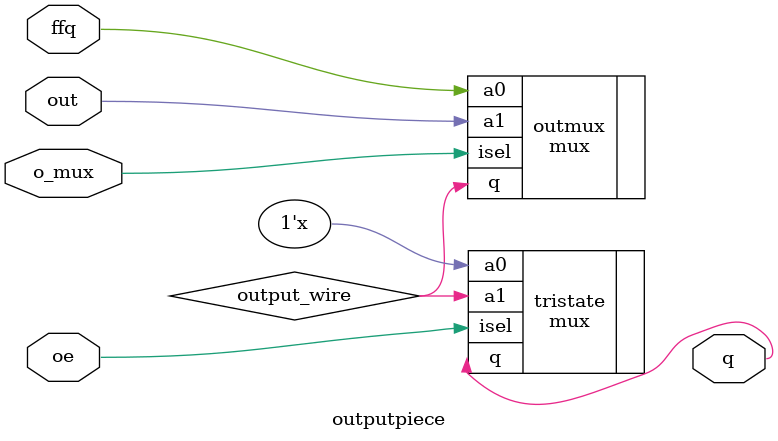
<source format=v>
`include "mux.v"

module outputpiece(
  input o_mux,
  input out, ffq, oe,
  output q
);

  wire output_wire;

  mux outmux(
    .isel(o_mux),
    .a0(ffq),
    .a1(out),
    .q(output_wire)
  );

  mux tristate(
    .isel(oe),
    .a0(1'bz),
    .a1(output_wire),
    .q(q)
  );
endmodule

</source>
